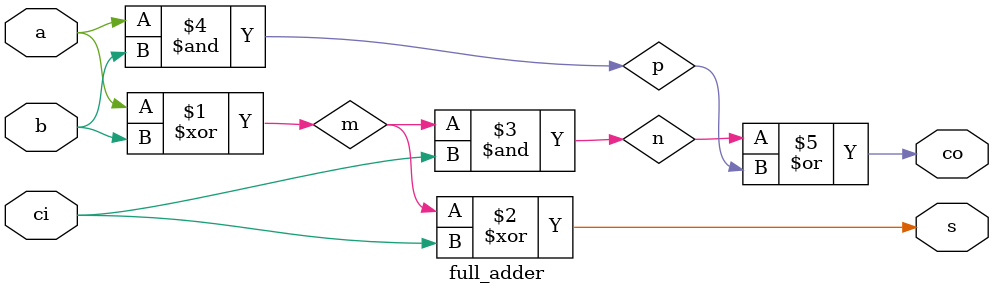
<source format=v>
module full_adder(a, b, ci, s, co);
	input a, b, ci;
	
	output s, co;
	
	wire m, n, p;
	
	xor(m, a, b);
	xor(s, m, ci);
	and(n, m, ci);
	and(p, a, b);
	or(co, n, p);
	
endmodule

</source>
